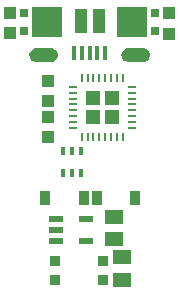
<source format=gbr>
G04 EAGLE Gerber RS-274X export*
G75*
%MOMM*%
%FSLAX34Y34*%
%LPD*%
%INSolderpaste Top*%
%IPPOS*%
%AMOC8*
5,1,8,0,0,1.08239X$1,22.5*%
G01*
%ADD10R,1.500000X1.240000*%
%ADD11R,1.000000X1.075000*%
%ADD12R,0.800000X0.800000*%
%ADD13R,0.910000X1.220000*%
%ADD14R,1.000000X2.000000*%
%ADD15R,2.500000X2.500000*%
%ADD16R,0.300000X1.250000*%
%ADD17R,0.900000X0.900000*%
%ADD18R,0.250000X0.800000*%
%ADD19R,0.800000X0.250000*%
%ADD20R,1.143000X1.143000*%
%ADD21R,0.350000X0.700000*%
%ADD22R,1.200000X0.550000*%

G36*
X-33485Y68689D02*
X-33485Y68689D01*
X-33465Y68687D01*
X-32339Y68748D01*
X-32292Y68760D01*
X-32216Y68767D01*
X-31123Y69048D01*
X-31079Y69068D01*
X-31006Y69090D01*
X-29989Y69578D01*
X-29950Y69607D01*
X-29883Y69643D01*
X-28980Y70320D01*
X-28947Y70355D01*
X-28889Y70404D01*
X-28136Y71244D01*
X-28110Y71285D01*
X-28062Y71345D01*
X-27488Y72316D01*
X-27471Y72361D01*
X-27435Y72428D01*
X-27061Y73493D01*
X-27053Y73540D01*
X-27031Y73614D01*
X-26872Y74730D01*
X-26873Y74758D01*
X-26872Y74910D01*
X-27031Y76027D01*
X-27046Y76072D01*
X-27061Y76147D01*
X-27435Y77212D01*
X-27459Y77254D01*
X-27488Y77324D01*
X-28062Y78295D01*
X-28094Y78332D01*
X-28136Y78396D01*
X-28889Y79236D01*
X-28927Y79266D01*
X-28980Y79320D01*
X-29883Y79997D01*
X-29926Y80019D01*
X-29989Y80062D01*
X-31006Y80550D01*
X-31053Y80563D01*
X-31123Y80592D01*
X-32216Y80873D01*
X-32264Y80876D01*
X-32339Y80892D01*
X-33465Y80953D01*
X-33481Y80951D01*
X-33500Y80954D01*
X-44500Y80954D01*
X-44515Y80952D01*
X-44535Y80953D01*
X-45661Y80892D01*
X-45708Y80881D01*
X-45784Y80873D01*
X-46877Y80592D01*
X-46921Y80572D01*
X-46994Y80550D01*
X-48011Y80062D01*
X-48050Y80034D01*
X-48117Y79997D01*
X-49020Y79320D01*
X-49053Y79285D01*
X-49111Y79236D01*
X-49864Y78396D01*
X-49890Y78355D01*
X-49938Y78295D01*
X-50512Y77324D01*
X-50529Y77279D01*
X-50565Y77212D01*
X-50939Y76147D01*
X-50947Y76100D01*
X-50969Y76027D01*
X-51128Y74910D01*
X-51128Y74909D01*
X-51127Y74722D01*
X-50927Y73448D01*
X-50910Y73401D01*
X-50889Y73312D01*
X-50411Y72115D01*
X-50384Y72072D01*
X-50344Y71990D01*
X-49612Y70929D01*
X-49576Y70893D01*
X-49518Y70822D01*
X-48568Y69951D01*
X-48526Y69924D01*
X-48453Y69867D01*
X-47333Y69230D01*
X-47286Y69213D01*
X-47203Y69174D01*
X-45969Y68801D01*
X-45919Y68796D01*
X-45829Y68776D01*
X-44544Y68687D01*
X-44524Y68689D01*
X-44500Y68686D01*
X-33500Y68686D01*
X-33485Y68689D01*
G37*
G36*
X44515Y68689D02*
X44515Y68689D01*
X44535Y68687D01*
X45661Y68748D01*
X45708Y68760D01*
X45784Y68767D01*
X46877Y69048D01*
X46921Y69068D01*
X46994Y69090D01*
X48011Y69578D01*
X48050Y69607D01*
X48117Y69643D01*
X49020Y70320D01*
X49053Y70355D01*
X49111Y70404D01*
X49864Y71244D01*
X49890Y71285D01*
X49938Y71345D01*
X50512Y72316D01*
X50529Y72361D01*
X50565Y72428D01*
X50939Y73493D01*
X50947Y73540D01*
X50969Y73614D01*
X51128Y74730D01*
X51127Y74758D01*
X51128Y74910D01*
X50969Y76027D01*
X50954Y76072D01*
X50939Y76147D01*
X50565Y77212D01*
X50541Y77254D01*
X50512Y77324D01*
X49938Y78295D01*
X49906Y78332D01*
X49864Y78396D01*
X49111Y79236D01*
X49074Y79266D01*
X49020Y79320D01*
X48117Y79997D01*
X48074Y80019D01*
X48011Y80062D01*
X46994Y80550D01*
X46947Y80563D01*
X46877Y80592D01*
X45784Y80873D01*
X45736Y80876D01*
X45661Y80892D01*
X44535Y80953D01*
X44519Y80951D01*
X44500Y80954D01*
X33500Y80954D01*
X33485Y80952D01*
X33465Y80953D01*
X32339Y80892D01*
X32292Y80881D01*
X32216Y80873D01*
X31123Y80592D01*
X31079Y80572D01*
X31006Y80550D01*
X29989Y80062D01*
X29950Y80034D01*
X29883Y79997D01*
X28980Y79320D01*
X28947Y79285D01*
X28889Y79236D01*
X28136Y78396D01*
X28110Y78355D01*
X28062Y78295D01*
X27488Y77324D01*
X27471Y77279D01*
X27435Y77212D01*
X27061Y76147D01*
X27053Y76100D01*
X27031Y76027D01*
X26872Y74910D01*
X26872Y74909D01*
X26873Y74722D01*
X27073Y73448D01*
X27090Y73401D01*
X27111Y73312D01*
X27589Y72115D01*
X27616Y72072D01*
X27656Y71990D01*
X28388Y70929D01*
X28424Y70893D01*
X28482Y70822D01*
X29432Y69951D01*
X29474Y69924D01*
X29547Y69867D01*
X30667Y69230D01*
X30714Y69213D01*
X30797Y69174D01*
X32031Y68801D01*
X32081Y68796D01*
X32171Y68776D01*
X33456Y68687D01*
X33476Y68689D01*
X33500Y68686D01*
X44500Y68686D01*
X44515Y68689D01*
G37*
D10*
X27305Y-96545D03*
X27305Y-115545D03*
D11*
X-67310Y110100D03*
X-67310Y93100D03*
D12*
X-55245Y95370D03*
X-55245Y110370D03*
D13*
X5977Y-46355D03*
X38727Y-46355D03*
X-5215Y-46355D03*
X-37965Y-46355D03*
D10*
X20320Y-62255D03*
X20320Y-81255D03*
D14*
X7500Y103820D03*
X-7500Y103820D03*
D15*
X36000Y102820D03*
X-36000Y102820D03*
D16*
X13000Y76070D03*
X6500Y76070D03*
X0Y76070D03*
X-6500Y76070D03*
X-13000Y76070D03*
D17*
X11610Y-100001D03*
X11610Y-116001D03*
X-29390Y-116001D03*
X-29390Y-100001D03*
D18*
X-6781Y5328D03*
X-1781Y5328D03*
X3219Y5328D03*
X8219Y5328D03*
X13219Y5328D03*
X18219Y5328D03*
X23219Y5328D03*
X28219Y5328D03*
D19*
X35719Y12828D03*
X35719Y17828D03*
X35719Y22828D03*
X35719Y27828D03*
X35719Y32828D03*
X35719Y37828D03*
X35719Y42828D03*
X35719Y47828D03*
D18*
X28219Y55328D03*
X23219Y55328D03*
X18219Y55328D03*
X13219Y55328D03*
X8219Y55328D03*
X3219Y55328D03*
X-1781Y55328D03*
X-6781Y55328D03*
D19*
X-14281Y47828D03*
X-14281Y42828D03*
X-14281Y37828D03*
X-14281Y32828D03*
X-14281Y27828D03*
X-14281Y22828D03*
X-14281Y17828D03*
X-14281Y12828D03*
D20*
X18974Y22073D03*
X2464Y38583D03*
X2464Y22073D03*
X18974Y38583D03*
D21*
X-7537Y-6502D03*
X-15037Y-6502D03*
X-22537Y-6502D03*
X-22537Y-25502D03*
X-15037Y-25502D03*
X-7537Y-25502D03*
D12*
X55245Y95370D03*
X55245Y110370D03*
D11*
X67310Y109846D03*
X67310Y92846D03*
X-35560Y21835D03*
X-35560Y4835D03*
D22*
X-28876Y-64160D03*
X-28876Y-73660D03*
X-28876Y-83160D03*
X-2874Y-83160D03*
X-2874Y-64160D03*
D11*
X-35560Y35315D03*
X-35560Y52315D03*
M02*

</source>
